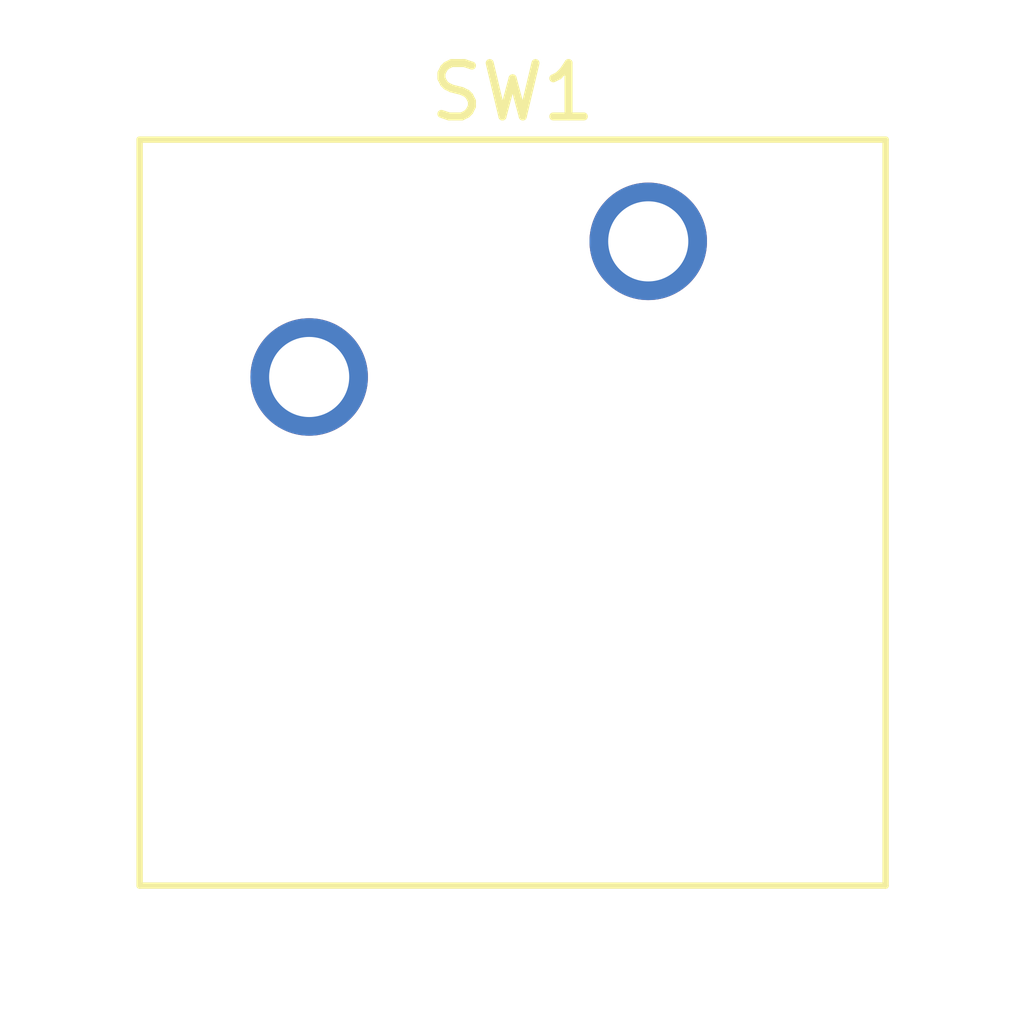
<source format=kicad_pcb>
(kicad_pcb (version 20240108) (generator "pcbnew") (generator_version "8.0")
  (layers (0 "F.Cu" signal) (31 "B.Cu" signal) (34 "B.Paste" user) (35 "F.Paste" user) (36 "B.SilkS" user "B.Silkscreen") (37 "F.SilkS" user "F.Silkscreen") (38 "B.Mask" user) (39 "F.Mask" user) (44 "Edge.Cuts" user))
  (net 0 "")
  (net 1 "Net-(U1-EP)")
  (net 2 "Net-(U1-LA)")
  (footprint "Button_Switch_Keyboard:SW_Cherry_MX_1.00u_PCB" (layer "F.Cu") (at 101.75875 68.73875)
    (property "Reference" "SW1" (at -2.54 -2.794 0) (layer "F.SilkS"))
    (property "Value" "SW_Push")
    (fp_line (start -9.525 -1.905) (end 4.445 -1.905) (stroke (width 0.12)) (layer "F.SilkS"))
    (fp_line (start -9.525 12.065) (end -9.525 -1.905) (stroke (width 0.12)) (layer "F.SilkS"))
    (fp_line (start 4.445 -1.905) (end 4.445 12.065) (stroke (width 0.12)) (layer "F.SilkS"))
    (fp_line (start 4.445 12.065) (end -9.525 12.065) (stroke (width 0.12)) (layer "F.SilkS"))
    (pad "" np_thru_hole circle (at -7.62 5.08) (size 1.7 1.7) (drill 1.7) (layers "*.Cu" "*.Mask"))
    (pad "" np_thru_hole circle (at -2.54 5.08) (size 4 4) (drill 4) (layers "*.Cu" "*.Mask"))
    (pad "" np_thru_hole circle (at 2.54 5.08) (size 1.7 1.7) (drill 1.7) (layers "*.Cu" "*.Mask"))
    (pad "1" thru_hole circle (at 0 0) (size 2.2 2.2) (drill 1.5) (layers "*.Cu" "*.Mask") (net 2 "Net-(U1-LA)"))
    (pad "2" thru_hole circle (at -6.35 2.54) (size 2.2 2.2) (drill 1.5) (layers "*.Cu" "*.Mask") (net 1 "Net-(U1-EP)"))
  )
)
</source>
